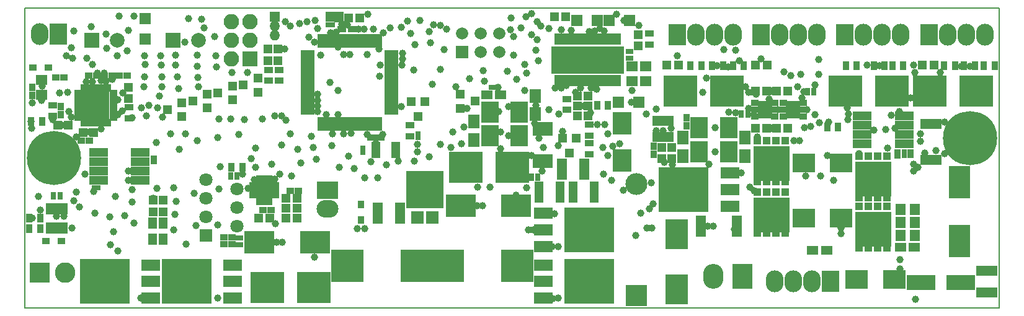
<source format=gbr>
G04 #@! TF.FileFunction,Soldermask,Top*
%FSLAX46Y46*%
G04 Gerber Fmt 4.6, Leading zero omitted, Abs format (unit mm)*
G04 Created by KiCad (PCBNEW 4.0.7) date 06/15/18 18:23:30*
%MOMM*%
%LPD*%
G01*
G04 APERTURE LIST*
%ADD10C,0.100000*%
%ADD11C,0.150000*%
%ADD12R,1.000000X0.900000*%
%ADD13R,0.900000X1.000000*%
%ADD14R,1.300000X0.900000*%
%ADD15R,1.150000X1.200000*%
%ADD16R,1.200000X1.150000*%
%ADD17R,1.650000X1.400000*%
%ADD18R,0.900000X1.300000*%
%ADD19R,1.100000X0.650000*%
%ADD20R,0.650000X1.100000*%
%ADD21R,2.125000X2.125000*%
%ADD22R,4.500000X4.500000*%
%ADD23R,0.700000X0.750000*%
%ADD24R,0.750000X0.700000*%
%ADD25R,2.000000X2.000000*%
%ADD26C,2.000000*%
%ADD27R,4.150000X3.100000*%
%ADD28R,3.100000X4.150000*%
%ADD29R,3.900000X2.000000*%
%ADD30R,2.900000X1.400000*%
%ADD31R,2.900000X4.400000*%
%ADD32R,1.400000X1.650000*%
%ADD33R,1.200000X1.200000*%
%ADD34R,1.500000X1.500000*%
%ADD35R,1.300000X1.200000*%
%ADD36R,1.800000X1.670000*%
%ADD37R,5.120000X5.200000*%
%ADD38R,3.000000X3.000000*%
%ADD39O,3.000000X3.000000*%
%ADD40R,4.641800X4.210000*%
%ADD41R,0.700000X1.850000*%
%ADD42C,7.400000*%
%ADD43R,2.100000X2.100000*%
%ADD44O,2.100000X2.100000*%
%ADD45R,1.400000X1.400000*%
%ADD46O,1.400000X1.400000*%
%ADD47R,2.750000X3.400000*%
%ADD48O,2.750000X3.400000*%
%ADD49C,1.670000*%
%ADD50R,1.670000X1.670000*%
%ADD51R,2.400000X3.000000*%
%ADD52O,2.400000X3.000000*%
%ADD53R,0.680000X0.830000*%
%ADD54R,1.300000X2.900000*%
%ADD55R,2.600000X3.100000*%
%ADD56R,3.100000X2.600000*%
%ADD57R,1.030000X0.850000*%
%ADD58R,1.200000X1.450000*%
%ADD59R,4.910000X4.750000*%
%ADD60R,1.100000X1.100000*%
%ADD61R,1.200000X1.300000*%
%ADD62R,2.600000X1.600000*%
%ADD63R,6.800000X6.200000*%
%ADD64R,0.830000X0.680000*%
%ADD65R,0.800000X1.000000*%
%ADD66R,1.000000X0.800000*%
%ADD67R,1.400000X2.900000*%
%ADD68R,2.599640X1.197560*%
%ADD69R,0.950000X1.900000*%
%ADD70R,1.900000X0.950000*%
%ADD71R,1.050000X1.620000*%
%ADD72R,1.213000X0.705000*%
%ADD73R,0.705000X1.213000*%
%ADD74R,2.254000X2.254000*%
%ADD75R,1.797000X1.797000*%
%ADD76C,1.797000*%
%ADD77R,1.050000X1.460000*%
%ADD78R,0.800000X1.500000*%
%ADD79R,1.500000X1.290000*%
%ADD80R,1.149300X0.699720*%
%ADD81R,3.000000X2.400000*%
%ADD82O,3.000000X2.400000*%
%ADD83C,2.800000*%
%ADD84R,2.800000X2.800000*%
%ADD85R,1.000000X0.850000*%
%ADD86R,0.850000X1.000000*%
%ADD87R,1.300000X1.600000*%
%ADD88R,1.650000X1.900000*%
%ADD89R,1.600000X1.150000*%
%ADD90R,2.400000X2.900000*%
%ADD91C,1.000000*%
G04 APERTURE END LIST*
D10*
D11*
X25000000Y-164000000D02*
X25000000Y-123000000D01*
X158000000Y-164000000D02*
X25000000Y-164000000D01*
X158000000Y-123000000D02*
X158000000Y-164000000D01*
X25000000Y-123000000D02*
X158000000Y-123000000D01*
D12*
X35790000Y-132250000D03*
X36890000Y-132250000D03*
D13*
X29920000Y-137570000D03*
X29920000Y-136470000D03*
D12*
X30310000Y-132540000D03*
X29210000Y-132540000D03*
X33740000Y-132250000D03*
X34840000Y-132250000D03*
X37840000Y-132250000D03*
X38940000Y-132250000D03*
X32710000Y-141110000D03*
X33810000Y-141110000D03*
D14*
X28770000Y-137790000D03*
X28770000Y-136290000D03*
D15*
X39150000Y-133870000D03*
X39150000Y-135370000D03*
D16*
X29440000Y-139000000D03*
X30940000Y-139000000D03*
D17*
X27310000Y-134880000D03*
X27310000Y-132880000D03*
D18*
X27330000Y-138540000D03*
X25830000Y-138540000D03*
D14*
X39200000Y-136570000D03*
X39200000Y-138070000D03*
D19*
X32250000Y-134560000D03*
X32250000Y-135060000D03*
X32250000Y-135560000D03*
X32250000Y-136060000D03*
X32250000Y-136560000D03*
X32250000Y-137060000D03*
X32250000Y-137560000D03*
X32250000Y-138060000D03*
D20*
X32900000Y-138710000D03*
X33400000Y-138710000D03*
X33900000Y-138710000D03*
X34400000Y-138710000D03*
X34900000Y-138710000D03*
X35400000Y-138710000D03*
X35900000Y-138710000D03*
X36400000Y-138710000D03*
D19*
X37050000Y-138060000D03*
X37050000Y-137560000D03*
X37050000Y-137060000D03*
X37050000Y-136560000D03*
X37050000Y-136060000D03*
X37050000Y-135560000D03*
X37050000Y-135060000D03*
X37050000Y-134560000D03*
D20*
X36400000Y-133910000D03*
X35900000Y-133910000D03*
X35400000Y-133910000D03*
X34900000Y-133910000D03*
X34400000Y-133910000D03*
X33900000Y-133910000D03*
X33400000Y-133910000D03*
X32900000Y-133910000D03*
D21*
X35512500Y-137172500D03*
X35512500Y-135447500D03*
X33787500Y-137172500D03*
X33787500Y-135447500D03*
D22*
X78500000Y-158250000D03*
X69000000Y-158250000D03*
D23*
X35010000Y-147590000D03*
X34450000Y-147590000D03*
D24*
X145040000Y-142640000D03*
X145040000Y-143200000D03*
D25*
X45200000Y-127450000D03*
D26*
X48700000Y-127450000D03*
D23*
X66960000Y-123870000D03*
X66400000Y-123870000D03*
X66960000Y-124570000D03*
X66400000Y-124570000D03*
X66960000Y-125270000D03*
X66400000Y-125270000D03*
D16*
X69170000Y-124340000D03*
X70670000Y-124340000D03*
D23*
X68170000Y-124650000D03*
X67610000Y-124650000D03*
D24*
X71090000Y-142180000D03*
X71090000Y-142740000D03*
X78670000Y-140750000D03*
X78670000Y-140190000D03*
D16*
X62130000Y-150410000D03*
X60630000Y-150410000D03*
D12*
X61230000Y-147960000D03*
X62330000Y-147960000D03*
D16*
X62130000Y-149060000D03*
X60630000Y-149060000D03*
X62130000Y-151760000D03*
X60630000Y-151760000D03*
D12*
X57520000Y-150650000D03*
X58620000Y-150650000D03*
D16*
X58430000Y-151750000D03*
X56930000Y-151750000D03*
D27*
X64575000Y-155000000D03*
X57025000Y-155000000D03*
D12*
X52190000Y-155320000D03*
X53290000Y-155320000D03*
X52190000Y-154350000D03*
X53290000Y-154350000D03*
D28*
X114000000Y-161465000D03*
X114000000Y-153915000D03*
D27*
X84515000Y-150050000D03*
X92065000Y-150050000D03*
D23*
X88670000Y-133890000D03*
X89230000Y-133890000D03*
D25*
X34100000Y-127450000D03*
D26*
X37600000Y-127450000D03*
D15*
X113250000Y-142100000D03*
X113250000Y-143600000D03*
X111900000Y-142100000D03*
X111900000Y-143600000D03*
D13*
X110800000Y-143000000D03*
X110800000Y-141900000D03*
X115290000Y-137980000D03*
X115290000Y-139080000D03*
D16*
X127610000Y-139470000D03*
X129110000Y-139470000D03*
X126250000Y-134370000D03*
X124750000Y-134370000D03*
X127600000Y-134370000D03*
X129100000Y-134370000D03*
X126260000Y-139470000D03*
X124760000Y-139470000D03*
X98820000Y-124250000D03*
X97320000Y-124250000D03*
D29*
X147350000Y-160500000D03*
X152750000Y-160500000D03*
D17*
X109740000Y-133010000D03*
X109740000Y-131010000D03*
X107910000Y-133010000D03*
X107910000Y-131010000D03*
D16*
X100390000Y-136390000D03*
X101890000Y-136390000D03*
D30*
X156310000Y-161890000D03*
X156310000Y-158890000D03*
D31*
X152590000Y-146820000D03*
X152590000Y-154820000D03*
D32*
X144490000Y-154130000D03*
X146490000Y-154130000D03*
X144490000Y-152330000D03*
X146490000Y-152330000D03*
X144490000Y-150530000D03*
X146490000Y-150530000D03*
D16*
X100380000Y-135030000D03*
X101880000Y-135030000D03*
X100390000Y-137750000D03*
X101890000Y-137750000D03*
D15*
X108700000Y-128150000D03*
X108700000Y-126650000D03*
D33*
X59540000Y-130250000D03*
X59540000Y-128650000D03*
D34*
X41400000Y-127300000D03*
X41400000Y-124500000D03*
D35*
X46430000Y-137840000D03*
X46430000Y-135940000D03*
X44430000Y-136890000D03*
X49890000Y-136690000D03*
X49890000Y-134790000D03*
X47890000Y-135740000D03*
X53340000Y-135590000D03*
X53340000Y-133690000D03*
X51340000Y-134640000D03*
X56790000Y-134500000D03*
X56790000Y-132600000D03*
X54790000Y-133550000D03*
D36*
X80620000Y-151660000D03*
D37*
X79580000Y-147860000D03*
D36*
X78540000Y-151660000D03*
D38*
X108490000Y-162350000D03*
D39*
X108490000Y-147110000D03*
D33*
X114240000Y-130850000D03*
X112640000Y-130850000D03*
X58190000Y-130250000D03*
X58190000Y-128650000D03*
X149090000Y-130850000D03*
X147490000Y-130850000D03*
X126320000Y-130850000D03*
X124720000Y-130850000D03*
D34*
X100320000Y-124750000D03*
X103120000Y-124750000D03*
X107560000Y-124750000D03*
X104760000Y-124750000D03*
X105970000Y-135890000D03*
X108770000Y-135890000D03*
D40*
X58052300Y-161210000D03*
X64427700Y-161210000D03*
X120817700Y-134340000D03*
X114442300Y-134340000D03*
X148492300Y-134330000D03*
X154867700Y-134330000D03*
X136992300Y-134330000D03*
X143367700Y-134330000D03*
D41*
X96670000Y-139530000D03*
X96170000Y-139530000D03*
X95670000Y-139530000D03*
X95170000Y-139530000D03*
X94670000Y-139530000D03*
X94670000Y-143930000D03*
X95170000Y-143930000D03*
X95670000Y-143930000D03*
X96170000Y-143930000D03*
X96670000Y-143930000D03*
D42*
X154010000Y-140810000D03*
D43*
X55690000Y-129950000D03*
D44*
X53150000Y-129950000D03*
X55690000Y-127410000D03*
X53150000Y-127410000D03*
X55690000Y-124870000D03*
X53150000Y-124870000D03*
D45*
X59090000Y-124250000D03*
D46*
X59090000Y-125520000D03*
X59090000Y-126790000D03*
D47*
X122950000Y-159700000D03*
D48*
X118990000Y-159700000D03*
D49*
X84690000Y-126480000D03*
X87230000Y-126480000D03*
X89770000Y-126480000D03*
D50*
X84690000Y-129020000D03*
D49*
X87230000Y-129020000D03*
X89770000Y-129020000D03*
D51*
X125520000Y-126650000D03*
D52*
X128060000Y-126650000D03*
X130600000Y-126650000D03*
X133140000Y-126650000D03*
D51*
X114080000Y-126650000D03*
D52*
X116620000Y-126650000D03*
X119160000Y-126650000D03*
X121700000Y-126650000D03*
D51*
X136950000Y-126650000D03*
D52*
X139490000Y-126650000D03*
X142030000Y-126650000D03*
X144570000Y-126650000D03*
D51*
X148400000Y-126650000D03*
D52*
X150940000Y-126650000D03*
X153480000Y-126650000D03*
X156020000Y-126650000D03*
D53*
X67600000Y-123920000D03*
X68120000Y-123920000D03*
D54*
X102690000Y-148200000D03*
X99790000Y-148200000D03*
D22*
X92240000Y-158250000D03*
X82740000Y-158250000D03*
D54*
X95140000Y-148200000D03*
X98040000Y-148200000D03*
D55*
X106500000Y-143850000D03*
X106500000Y-138750000D03*
D56*
X136400000Y-144150000D03*
X131300000Y-144150000D03*
X136400000Y-151700000D03*
X131300000Y-151700000D03*
X143650000Y-160150000D03*
X138550000Y-160150000D03*
D57*
X131200000Y-137870000D03*
X131200000Y-136920000D03*
X131200000Y-135970000D03*
X128520000Y-135970000D03*
X128520000Y-136920000D03*
X128520000Y-137870000D03*
D58*
X129460000Y-136395000D03*
X129460000Y-137445000D03*
X130260000Y-136395000D03*
X130260000Y-137445000D03*
D57*
X127350000Y-137870000D03*
X127350000Y-136920000D03*
X127350000Y-135970000D03*
X124670000Y-135970000D03*
X124670000Y-136920000D03*
X124670000Y-137870000D03*
D58*
X125610000Y-136395000D03*
X125610000Y-137445000D03*
X126410000Y-136395000D03*
X126410000Y-137445000D03*
D59*
X126900000Y-151290000D03*
D60*
X126265000Y-148160000D03*
X127535000Y-148160000D03*
X128805000Y-148160000D03*
X124995000Y-148160000D03*
X124995000Y-153760000D03*
X128805000Y-153760000D03*
X127535000Y-153760000D03*
X126265000Y-153760000D03*
D59*
X126900000Y-144240000D03*
D60*
X126265000Y-141110000D03*
X127535000Y-141110000D03*
X128805000Y-141110000D03*
X124995000Y-141110000D03*
X124995000Y-146710000D03*
X128805000Y-146710000D03*
X127535000Y-146710000D03*
X126265000Y-146710000D03*
D59*
X140790000Y-153280000D03*
D60*
X140155000Y-150150000D03*
X141425000Y-150150000D03*
X142695000Y-150150000D03*
X138885000Y-150150000D03*
X138885000Y-155750000D03*
X142695000Y-155750000D03*
X141425000Y-155750000D03*
X140155000Y-155750000D03*
D59*
X140790000Y-146430000D03*
D60*
X140155000Y-143300000D03*
X141425000Y-143300000D03*
X142695000Y-143300000D03*
X138885000Y-143300000D03*
X138885000Y-148900000D03*
X142695000Y-148900000D03*
X141425000Y-148900000D03*
X140155000Y-148900000D03*
D61*
X79590000Y-135800000D03*
X77690000Y-135800000D03*
X78640000Y-137800000D03*
D62*
X53340000Y-162680000D03*
X53340000Y-160400000D03*
X53340000Y-158120000D03*
D63*
X47040000Y-160400000D03*
D62*
X42190000Y-162680000D03*
X42190000Y-160400000D03*
X42190000Y-158120000D03*
D63*
X35890000Y-160400000D03*
D61*
X100270000Y-140800000D03*
X98370000Y-140800000D03*
X99320000Y-142800000D03*
D62*
X95740000Y-151070000D03*
X95740000Y-153350000D03*
X95740000Y-155630000D03*
D63*
X102040000Y-153350000D03*
D62*
X95740000Y-158120000D03*
X95740000Y-160400000D03*
X95740000Y-162680000D03*
D63*
X102040000Y-160400000D03*
D62*
X121240000Y-150080000D03*
X121240000Y-147800000D03*
X121240000Y-145520000D03*
D63*
X114940000Y-147800000D03*
D64*
X145910000Y-142690000D03*
X145910000Y-143210000D03*
D14*
X59690000Y-132950000D03*
X59690000Y-131450000D03*
D64*
X42630000Y-143490000D03*
X42630000Y-144010000D03*
X144120000Y-143220000D03*
X144120000Y-142700000D03*
D53*
X69910000Y-125930000D03*
X69390000Y-125930000D03*
X67970000Y-125930000D03*
X68490000Y-125930000D03*
X72090000Y-140710000D03*
X72610000Y-140710000D03*
X73770000Y-140700000D03*
X73250000Y-140700000D03*
D14*
X77590000Y-140550000D03*
X77590000Y-139050000D03*
D18*
X25600000Y-153190000D03*
X27100000Y-153190000D03*
X27100000Y-151740000D03*
X25600000Y-151740000D03*
D65*
X28900000Y-148700000D03*
X29800000Y-148700000D03*
X53050000Y-146010000D03*
X53950000Y-146010000D03*
D66*
X54240000Y-155370000D03*
X54240000Y-154470000D03*
D65*
X94120000Y-146100000D03*
X95020000Y-146100000D03*
D18*
X54700000Y-144810000D03*
X53200000Y-144810000D03*
D67*
X117290000Y-152850000D03*
X122190000Y-152850000D03*
D65*
X123680000Y-137540000D03*
X122780000Y-137540000D03*
D30*
X148690000Y-143770000D03*
X148690000Y-138870000D03*
D65*
X131820000Y-134460000D03*
X132720000Y-134460000D03*
D18*
X121650000Y-130900000D03*
X123150000Y-130900000D03*
X118820000Y-130900000D03*
X120320000Y-130900000D03*
X157400000Y-130900000D03*
X155900000Y-130900000D03*
X154690000Y-130900000D03*
X153190000Y-130900000D03*
X144900000Y-130900000D03*
X143400000Y-130900000D03*
X142350000Y-130900000D03*
X140850000Y-130900000D03*
D14*
X58240000Y-132950000D03*
X58240000Y-131450000D03*
D18*
X117340000Y-130900000D03*
X115840000Y-130900000D03*
X151950000Y-130900000D03*
X150450000Y-130900000D03*
X138540000Y-130900000D03*
X137040000Y-130900000D03*
D66*
X107490000Y-129850000D03*
X107490000Y-128950000D03*
D18*
X104610000Y-136340000D03*
X103110000Y-136340000D03*
D14*
X102000000Y-143000000D03*
X102000000Y-141500000D03*
X102000000Y-138950000D03*
X102000000Y-140450000D03*
X98960000Y-135440000D03*
X98960000Y-136940000D03*
X110200000Y-126500000D03*
X110200000Y-128000000D03*
D68*
X40767660Y-146582460D03*
X40767660Y-145312460D03*
X40767660Y-144047540D03*
X40767660Y-142777540D03*
X35032340Y-142777540D03*
X35032340Y-144047540D03*
X35032340Y-145312460D03*
X35032340Y-146582460D03*
X145057660Y-141582460D03*
X145057660Y-140312460D03*
X145057660Y-139047540D03*
X145057660Y-137777540D03*
X139322340Y-137777540D03*
X139322340Y-139047540D03*
X139322340Y-140312460D03*
X139322340Y-141582460D03*
D69*
X65330000Y-138890000D03*
X66130000Y-138890000D03*
X66930000Y-138890000D03*
X67730000Y-138890000D03*
X68530000Y-138890000D03*
X69330000Y-138890000D03*
X70130000Y-138890000D03*
X70930000Y-138890000D03*
X71730000Y-138890000D03*
X72530000Y-138890000D03*
X73330000Y-138890000D03*
D70*
X75030000Y-137190000D03*
X75030000Y-136390000D03*
X75030000Y-135590000D03*
X75030000Y-134790000D03*
X75030000Y-133990000D03*
X75030000Y-133190000D03*
X75030000Y-132390000D03*
X75030000Y-131590000D03*
X75030000Y-130790000D03*
X75030000Y-129990000D03*
X75030000Y-129190000D03*
D69*
X73330000Y-127490000D03*
X72530000Y-127490000D03*
X71730000Y-127490000D03*
X70930000Y-127490000D03*
X70130000Y-127490000D03*
X69330000Y-127490000D03*
X68530000Y-127490000D03*
X67730000Y-127490000D03*
X66930000Y-127490000D03*
X66130000Y-127490000D03*
X65330000Y-127490000D03*
D70*
X63630000Y-129190000D03*
X63630000Y-129990000D03*
X63630000Y-130790000D03*
X63630000Y-131590000D03*
X63630000Y-132390000D03*
X63630000Y-133190000D03*
X63630000Y-133990000D03*
X63630000Y-134790000D03*
X63630000Y-135590000D03*
X63630000Y-136390000D03*
X63630000Y-137190000D03*
D71*
X28400000Y-153040000D03*
X29350000Y-153040000D03*
X30300000Y-153040000D03*
X30300000Y-150420000D03*
X29350000Y-150420000D03*
X28400000Y-150420000D03*
D72*
X56202000Y-147160000D03*
X56202000Y-147660000D03*
X56202000Y-148160000D03*
X56202000Y-148660000D03*
D73*
X56900000Y-149358000D03*
X57400000Y-149358000D03*
X57900000Y-149358000D03*
X58400000Y-149358000D03*
D72*
X59098000Y-148660000D03*
X59098000Y-148160000D03*
X59098000Y-147660000D03*
X59098000Y-147160000D03*
D73*
X58400000Y-146462000D03*
X57900000Y-146462000D03*
X57400000Y-146462000D03*
X56900000Y-146462000D03*
D74*
X57650000Y-147910000D03*
D75*
X49734000Y-154120000D03*
D76*
X53925000Y-152850000D03*
X49734000Y-151580000D03*
X53925000Y-150310000D03*
X49734000Y-149040000D03*
X53925000Y-147770000D03*
X49734000Y-146500000D03*
D35*
X84420000Y-134810000D03*
X84420000Y-136710000D03*
X86420000Y-135760000D03*
D77*
X113050000Y-138400000D03*
X112100000Y-138400000D03*
X111150000Y-138400000D03*
X111150000Y-140600000D03*
X113050000Y-140600000D03*
X112100000Y-140600000D03*
D78*
X97595000Y-132960000D03*
X98245000Y-132960000D03*
X98895000Y-132960000D03*
X99545000Y-132960000D03*
X100195000Y-132960000D03*
X100845000Y-132960000D03*
X101495000Y-132960000D03*
X102145000Y-132960000D03*
X102795000Y-132960000D03*
X103445000Y-132960000D03*
X104095000Y-132960000D03*
X104745000Y-132960000D03*
X105395000Y-132960000D03*
X106045000Y-132960000D03*
X106045000Y-127260000D03*
X105395000Y-127260000D03*
X104745000Y-127260000D03*
X104095000Y-127260000D03*
X103445000Y-127260000D03*
X102795000Y-127260000D03*
X102145000Y-127260000D03*
X101495000Y-127260000D03*
X100845000Y-127260000D03*
X100195000Y-127260000D03*
X99545000Y-127260000D03*
X98895000Y-127260000D03*
X98245000Y-127260000D03*
X97595000Y-127260000D03*
D79*
X106045000Y-131385000D03*
X106045000Y-130535000D03*
X106045000Y-128835000D03*
X106045000Y-129685000D03*
X104988750Y-129685000D03*
X104988750Y-128835000D03*
X104988750Y-130535000D03*
X104988750Y-131385000D03*
X103932500Y-131385000D03*
X103932500Y-130535000D03*
X103932500Y-128835000D03*
X103932500Y-129685000D03*
X102876250Y-129685000D03*
X102876250Y-128835000D03*
X102876250Y-130535000D03*
X102876250Y-131385000D03*
X101820000Y-131385000D03*
X101820000Y-130535000D03*
X101820000Y-128835000D03*
X101820000Y-129685000D03*
X100763750Y-129685000D03*
X100763750Y-128835000D03*
X100763750Y-130535000D03*
X100763750Y-131385000D03*
X99707500Y-131385000D03*
X99707500Y-130535000D03*
X99707500Y-128835000D03*
X99707500Y-129685000D03*
X98651250Y-129685000D03*
X98651250Y-128835000D03*
X98651250Y-130535000D03*
X98651250Y-131385000D03*
X97595000Y-131385000D03*
X97595000Y-130535000D03*
X97595000Y-128835000D03*
X97595000Y-129685000D03*
D80*
X72875860Y-141650700D03*
X72875860Y-142151080D03*
X72875860Y-142648920D03*
X72875860Y-143149300D03*
X75624140Y-143149300D03*
X75624140Y-142648920D03*
X75624140Y-142151080D03*
X75624140Y-141650700D03*
D40*
X85142300Y-144800000D03*
X91517700Y-144800000D03*
D42*
X29000000Y-143500000D03*
D81*
X66330000Y-147920000D03*
D82*
X66330000Y-150460000D03*
D51*
X29550000Y-126600000D03*
D52*
X27010000Y-126600000D03*
D83*
X30500000Y-159200000D03*
D84*
X27000000Y-159200000D03*
D85*
X28210000Y-131150000D03*
X26110000Y-131150000D03*
X27850000Y-154900000D03*
X29950000Y-154900000D03*
D86*
X70880000Y-149900000D03*
X70880000Y-152000000D03*
D33*
X42540000Y-150840000D03*
X42540000Y-149240000D03*
X43890000Y-150850000D03*
X43890000Y-149250000D03*
D87*
X42390000Y-154590000D03*
X42390000Y-152390000D03*
X43840000Y-154600000D03*
X43840000Y-152400000D03*
D67*
X73170000Y-151050000D03*
X76170000Y-151050000D03*
X101320000Y-145050000D03*
X98320000Y-145050000D03*
D88*
X94700000Y-137530000D03*
X94700000Y-135030000D03*
X86250000Y-141060000D03*
X86250000Y-138560000D03*
X123280000Y-143260000D03*
X123280000Y-140760000D03*
X114830000Y-143250000D03*
X114830000Y-140750000D03*
D89*
X146390000Y-155700000D03*
X144490000Y-155700000D03*
X132520000Y-156130000D03*
X134420000Y-156130000D03*
X88020000Y-134910000D03*
X89920000Y-134910000D03*
D90*
X117050000Y-142650000D03*
X121050000Y-142650000D03*
X88470000Y-137210000D03*
X92470000Y-137210000D03*
X88470000Y-140460000D03*
X92470000Y-140460000D03*
X117050000Y-139400000D03*
X121050000Y-139400000D03*
D13*
X25980000Y-134950000D03*
X25980000Y-133850000D03*
D18*
X136010000Y-139240000D03*
X134510000Y-139240000D03*
D16*
X34410000Y-140010000D03*
X32910000Y-140010000D03*
D51*
X134950000Y-160350000D03*
D52*
X132410000Y-160350000D03*
X129870000Y-160350000D03*
X127330000Y-160350000D03*
D91*
X51650000Y-144740000D03*
X51450000Y-147750000D03*
X48100000Y-148340000D03*
X51350000Y-152680000D03*
X48320000Y-152770000D03*
X135390000Y-146570000D03*
X91040000Y-136500000D03*
X94190000Y-143200000D03*
X132850000Y-137600000D03*
X117540000Y-134510000D03*
X123760000Y-134520000D03*
X145920000Y-135330000D03*
X137400000Y-137480000D03*
X150540000Y-138580000D03*
X146940000Y-144780000D03*
X83850000Y-133810000D03*
X73530000Y-130850000D03*
X73400000Y-132350000D03*
X67510000Y-126300000D03*
X73910000Y-126390000D03*
X72890000Y-141450000D03*
X71720000Y-140270000D03*
X73850000Y-140310000D03*
X46030000Y-142350000D03*
X56290000Y-146460000D03*
X61410000Y-145950000D03*
X59090000Y-146420000D03*
X41940000Y-136300000D03*
X41610000Y-137770000D03*
X47340000Y-124500000D03*
X49070000Y-124570000D03*
X82570000Y-125900000D03*
X81740000Y-125410000D03*
X80770000Y-125270000D03*
X80160000Y-126260000D03*
X77620000Y-126510000D03*
X74840000Y-125730000D03*
X76340000Y-125650000D03*
X64600000Y-124750000D03*
X62510000Y-125110000D03*
X60560000Y-124850000D03*
X61260000Y-125520000D03*
X63540000Y-124860000D03*
X105260000Y-141900000D03*
X104530000Y-140180000D03*
X105110000Y-146550000D03*
X104550000Y-143160000D03*
X103950000Y-145710000D03*
X106180000Y-141530000D03*
X103920000Y-142070000D03*
X81690000Y-131410000D03*
X87750000Y-133030000D03*
X90850000Y-131670000D03*
X87570000Y-131550000D03*
X85680000Y-132710000D03*
X91680000Y-126890000D03*
X93450000Y-131920000D03*
X94760000Y-128750000D03*
X92160000Y-132760000D03*
X91730000Y-129420000D03*
X91240000Y-126030000D03*
X92720000Y-125730000D03*
X80650000Y-133460000D03*
X82200000Y-128730000D03*
X80380000Y-127790000D03*
X78110000Y-131480000D03*
X78200000Y-128030000D03*
X54960000Y-138240000D03*
X51350000Y-140760000D03*
X46880000Y-140230000D03*
X48530000Y-141120000D03*
X54200000Y-140290000D03*
X89920000Y-142270000D03*
X84550000Y-141530000D03*
X88500000Y-147490000D03*
X93500000Y-147570000D03*
X86810000Y-147460000D03*
X83170000Y-142080000D03*
X81750000Y-141670000D03*
X78190000Y-143910000D03*
X80200000Y-143360000D03*
X83430000Y-139920000D03*
X74330000Y-144480000D03*
X75960000Y-143930000D03*
X73130000Y-146240000D03*
X72240000Y-144010000D03*
X69980000Y-144980000D03*
X69210000Y-143300000D03*
X64780000Y-143660000D03*
X62240000Y-142300000D03*
X64090000Y-140570000D03*
X60050000Y-141750000D03*
X58680000Y-144350000D03*
X61220000Y-140230000D03*
X64330000Y-142060000D03*
X62690000Y-144230000D03*
X66910000Y-141850000D03*
X67950000Y-144780000D03*
X71420000Y-146260000D03*
X56510000Y-144780000D03*
X39670000Y-149490000D03*
X39620000Y-147800000D03*
X42990000Y-147650000D03*
X37340000Y-148790000D03*
X45310000Y-147610000D03*
X45450000Y-151210000D03*
X39880000Y-152430000D03*
X37090000Y-153570000D03*
X34560000Y-151040000D03*
X31650000Y-149350000D03*
X31970000Y-148210000D03*
X34380000Y-148110000D03*
X32450000Y-150220000D03*
X36590000Y-151550000D03*
X38600000Y-151410000D03*
X45340000Y-153360000D03*
X45640000Y-149410000D03*
X31350000Y-128460000D03*
X34080000Y-125580000D03*
X36200000Y-128560000D03*
X38970000Y-128840000D03*
X39880000Y-124150000D03*
X37870000Y-124160000D03*
X39080000Y-126100000D03*
X37580000Y-129520000D03*
X36100000Y-126610000D03*
X31680000Y-126130000D03*
X30650000Y-129510000D03*
X49420000Y-125700000D03*
X46830000Y-127650000D03*
X45580000Y-129460000D03*
X57420000Y-138170000D03*
X53080000Y-138180000D03*
X43770000Y-137950000D03*
X43370000Y-135090000D03*
X43140000Y-136660000D03*
X51510000Y-138180000D03*
X41270000Y-133790000D03*
X41410000Y-130760000D03*
X43560000Y-129570000D03*
X41360000Y-129510000D03*
X41350000Y-132440000D03*
X45960000Y-133990000D03*
X43570000Y-130790000D03*
X43680000Y-133810000D03*
X43660000Y-132390000D03*
X45550000Y-130820000D03*
X48590000Y-132470000D03*
X48650000Y-133780000D03*
X48480000Y-131000000D03*
X45810000Y-132440000D03*
X55370000Y-131810000D03*
X51100000Y-129510000D03*
X51160000Y-131060000D03*
X53290000Y-131810000D03*
X48550000Y-129480000D03*
X50930000Y-126900000D03*
X95560000Y-145290000D03*
X60470000Y-128630000D03*
X123920000Y-147470000D03*
X114040000Y-129570000D03*
X125460000Y-129950000D03*
X111180000Y-136800000D03*
X39660000Y-137980000D03*
X113240000Y-139490000D03*
X113410000Y-144430000D03*
X118330000Y-144360000D03*
X59220000Y-152510000D03*
X59780000Y-145720000D03*
X146320000Y-145300000D03*
X132850000Y-133510000D03*
X126580000Y-135430000D03*
X121980000Y-137340000D03*
X100410000Y-137720000D03*
X100195000Y-134575000D03*
X120960000Y-131070000D03*
X112290000Y-144090000D03*
X67760000Y-128390000D03*
X31500000Y-129920000D03*
X33430000Y-129850000D03*
X34890000Y-131880000D03*
X25830000Y-138540000D03*
X25890000Y-139460000D03*
X134750000Y-138640000D03*
X137260000Y-136680000D03*
X89580000Y-133900000D03*
X35032340Y-145312460D03*
X42550000Y-148990000D03*
X26880000Y-148730000D03*
X26040000Y-151750000D03*
X40767660Y-142777540D03*
X150570000Y-142960000D03*
X149380000Y-142540000D03*
X144340000Y-137130000D03*
X152640000Y-153450000D03*
X139960000Y-130840000D03*
X146290000Y-130840000D03*
X152790000Y-130960000D03*
X66730000Y-126420000D03*
X67030000Y-124260000D03*
X66610000Y-133190000D03*
X72530000Y-125910000D03*
X64530000Y-157030000D03*
X71400000Y-153170000D03*
X70330000Y-153170000D03*
X98350000Y-139900000D03*
X108380000Y-154140000D03*
X54740000Y-145730000D03*
X92065000Y-150050000D03*
X88470000Y-137210000D03*
X92060000Y-148620000D03*
X89630000Y-137190000D03*
X109870000Y-153110000D03*
X110610000Y-153090000D03*
X97270000Y-151120000D03*
X96530000Y-151140000D03*
X121820000Y-153210000D03*
X34180000Y-133140000D03*
X34180000Y-130700000D03*
X47050000Y-160360000D03*
X47010000Y-155250000D03*
X28770000Y-138240000D03*
X32020000Y-140650000D03*
X121050000Y-142650000D03*
X119180000Y-142650000D03*
X131300000Y-151700000D03*
X131830000Y-152220000D03*
X121100000Y-139390000D03*
X119180000Y-139390000D03*
X144480000Y-158710000D03*
X144480000Y-157360000D03*
X123790000Y-136760000D03*
X97880000Y-137540000D03*
X109060000Y-151010000D03*
X133620000Y-146010000D03*
X140790000Y-146430000D03*
X106650000Y-147900000D03*
X110220000Y-150430000D03*
X95110000Y-130220000D03*
X96500000Y-136900000D03*
X104100000Y-126160000D03*
X106740000Y-124730000D03*
X102790000Y-126160000D03*
X107900000Y-134250000D03*
X103010000Y-134090000D03*
X101240000Y-136390000D03*
X98240000Y-133950000D03*
X110750000Y-149790000D03*
X140790000Y-153280000D03*
X110460000Y-146860000D03*
X104120000Y-138950000D03*
X103090000Y-138930000D03*
X148660000Y-143750000D03*
X102160000Y-137330000D03*
X102280000Y-133950000D03*
X64940000Y-137190000D03*
X27110000Y-150630000D03*
X146470000Y-131860000D03*
X149970000Y-131870000D03*
X154000000Y-130950000D03*
X64930000Y-136390000D03*
X64930000Y-135600000D03*
X141630000Y-130910000D03*
X119450000Y-130900000D03*
X121980000Y-128800000D03*
X117990000Y-132610000D03*
X64950000Y-134780000D03*
X118960000Y-152830000D03*
X118220000Y-152850000D03*
X96990000Y-155630000D03*
X97770000Y-155620000D03*
X97760000Y-162690000D03*
X97000000Y-162710000D03*
X71810000Y-123870000D03*
X68470000Y-129390000D03*
X60060000Y-137780000D03*
X35370000Y-132930000D03*
X39090000Y-145280000D03*
X94550000Y-138760000D03*
X143230000Y-137700000D03*
X68250000Y-125260000D03*
X124580000Y-147980000D03*
X131560000Y-145980000D03*
X98220000Y-125960000D03*
X108810000Y-125370000D03*
X142720000Y-142140000D03*
X129960000Y-141110000D03*
X130700000Y-141110000D03*
X125000000Y-140600000D03*
X99540000Y-126070000D03*
X130930000Y-132050000D03*
X130450000Y-133790000D03*
X134570000Y-143180000D03*
X133370000Y-130050000D03*
X133340000Y-132050000D03*
X103450000Y-125800000D03*
X128600000Y-131730000D03*
X138890000Y-142930000D03*
X133410000Y-138720000D03*
X102040000Y-126210000D03*
X137350000Y-138260000D03*
X100850000Y-133930000D03*
X131380000Y-139350000D03*
X66940000Y-140230000D03*
X97330000Y-133950000D03*
X84960000Y-139260000D03*
X89930000Y-139920000D03*
X122770000Y-145530000D03*
X25960000Y-136020000D03*
X35830000Y-131890000D03*
X31020000Y-137140000D03*
X124770000Y-134780000D03*
X124440000Y-137630000D03*
X109790000Y-137470000D03*
X131310000Y-134460000D03*
X147840000Y-142820000D03*
X147280000Y-141230000D03*
X122580000Y-134450000D03*
X135870000Y-135530000D03*
X35410000Y-139510000D03*
X71730000Y-129370000D03*
X111160000Y-139760000D03*
X112100000Y-139770000D03*
X148740000Y-138890000D03*
X78550000Y-141660000D03*
X78560000Y-142640000D03*
X67730000Y-137590000D03*
X95770000Y-142050000D03*
X122550000Y-130190000D03*
X120380000Y-128690000D03*
X94130000Y-123820000D03*
X67720000Y-134290000D03*
X129540000Y-132230000D03*
X66130000Y-137600000D03*
X93190000Y-134250000D03*
X71290000Y-125930000D03*
X70550000Y-125920000D03*
X73350000Y-128600000D03*
X64500000Y-127720000D03*
X63790000Y-127020000D03*
X76540000Y-129990000D03*
X94950000Y-127380000D03*
X96530000Y-125820000D03*
X131110000Y-135310000D03*
X123380000Y-133810000D03*
X94910000Y-124870000D03*
X93200000Y-130690000D03*
X76500000Y-130790000D03*
X97790000Y-141780000D03*
X76340000Y-136490000D03*
X140920000Y-139680000D03*
X146290000Y-144350000D03*
X59080000Y-137750000D03*
X65390000Y-129440000D03*
X64930000Y-125860000D03*
X77260000Y-124770000D03*
X78900000Y-124740000D03*
X105780000Y-123860000D03*
X143740000Y-139470000D03*
X142540000Y-139590000D03*
X68540000Y-140230000D03*
X44870000Y-140220000D03*
X40900000Y-136660000D03*
X29760000Y-134600000D03*
X30850000Y-134560000D03*
X69500000Y-140150000D03*
X42930000Y-141360000D03*
X31430000Y-153050000D03*
X132250000Y-139230000D03*
X95410000Y-125460000D03*
X76520000Y-129190000D03*
X94180000Y-126660000D03*
X127000000Y-151370000D03*
X107820000Y-135860000D03*
X98920000Y-133650000D03*
X146570000Y-162800000D03*
X136390000Y-153110000D03*
X136390000Y-153860000D03*
X33400000Y-133120000D03*
X33190000Y-145710000D03*
X55500000Y-147680000D03*
X30050000Y-139000000D03*
X33770000Y-139920000D03*
X37700000Y-137550000D03*
X27320000Y-133730000D03*
X37660000Y-135550000D03*
X59330000Y-155030000D03*
X60080000Y-155010000D03*
X94410000Y-153360000D03*
X93710000Y-153360000D03*
X87450000Y-150050000D03*
X86730000Y-150070000D03*
X36100000Y-133050000D03*
X147230000Y-140220000D03*
X93390000Y-124240000D03*
X91380000Y-124410000D03*
X69320000Y-129410000D03*
X60590000Y-138330000D03*
X56500000Y-142140000D03*
X55910000Y-143630000D03*
X39080000Y-146570000D03*
X95150000Y-140780000D03*
X69000000Y-125270000D03*
X121040000Y-137270000D03*
X131750000Y-136890000D03*
X126930000Y-139490000D03*
X127770000Y-136920000D03*
X126910000Y-134400000D03*
X91020000Y-140460000D03*
X94710000Y-136340000D03*
X85370000Y-136710000D03*
X36640000Y-155390000D03*
X37650000Y-156220000D03*
X38260000Y-137080000D03*
X36900000Y-132770000D03*
X38360000Y-134650000D03*
X31360000Y-137960000D03*
X27310000Y-135660000D03*
X30300000Y-151470000D03*
X51330000Y-162680000D03*
X29330000Y-151470000D03*
X40800000Y-162680000D03*
M02*

</source>
